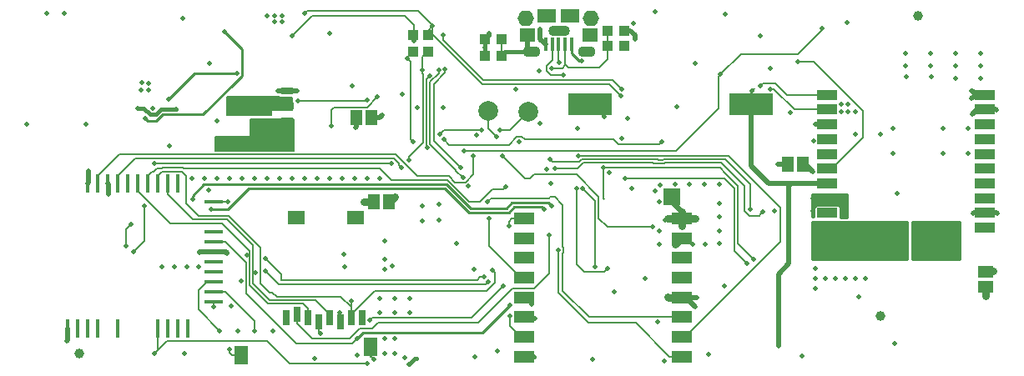
<source format=gbr>
G04 #@! TF.GenerationSoftware,KiCad,Pcbnew,(5.0.0)*
G04 #@! TF.CreationDate,2018-12-27T15:43:29-06:00*
G04 #@! TF.ProjectId,fk-core,666B2D636F72652E6B696361645F7063,0.1*
G04 #@! TF.SameCoordinates,PX791ddc0PY791ddc0*
G04 #@! TF.FileFunction,Copper,L4,Bot,Signal*
G04 #@! TF.FilePolarity,Positive*
%FSLAX46Y46*%
G04 Gerber Fmt 4.6, Leading zero omitted, Abs format (unit mm)*
G04 Created by KiCad (PCBNEW (5.0.0)) date 12/27/18 15:43:29*
%MOMM*%
%LPD*%
G01*
G04 APERTURE LIST*
G04 #@! TA.AperFunction,BGAPad,CuDef*
%ADD10C,2.000000*%
G04 #@! TD*
G04 #@! TA.AperFunction,SMDPad,CuDef*
%ADD11R,1.600000X1.400000*%
G04 #@! TD*
G04 #@! TA.AperFunction,SMDPad,CuDef*
%ADD12R,0.400000X1.350000*%
G04 #@! TD*
G04 #@! TA.AperFunction,SMDPad,CuDef*
%ADD13R,1.900000X1.400000*%
G04 #@! TD*
G04 #@! TA.AperFunction,ComponentPad*
%ADD14O,1.651000X1.600000*%
G04 #@! TD*
G04 #@! TA.AperFunction,ComponentPad*
%ADD15O,1.800000X1.100000*%
G04 #@! TD*
G04 #@! TA.AperFunction,ComponentPad*
%ADD16O,2.200000X1.100000*%
G04 #@! TD*
G04 #@! TA.AperFunction,SMDPad,CuDef*
%ADD17R,1.900000X0.400000*%
G04 #@! TD*
G04 #@! TA.AperFunction,SMDPad,CuDef*
%ADD18R,0.400000X1.900000*%
G04 #@! TD*
G04 #@! TA.AperFunction,SMDPad,CuDef*
%ADD19R,0.698500X1.498600*%
G04 #@! TD*
G04 #@! TA.AperFunction,SMDPad,CuDef*
%ADD20R,1.798320X1.399540*%
G04 #@! TD*
G04 #@! TA.AperFunction,SMDPad,CuDef*
%ADD21R,1.399540X1.899920*%
G04 #@! TD*
G04 #@! TA.AperFunction,SMDPad,CuDef*
%ADD22R,1.600200X1.168400*%
G04 #@! TD*
G04 #@! TA.AperFunction,ComponentPad*
%ADD23R,1.700000X1.700000*%
G04 #@! TD*
G04 #@! TA.AperFunction,SMDPad,CuDef*
%ADD24R,1.998980X1.000760*%
G04 #@! TD*
G04 #@! TA.AperFunction,SMDPad,CuDef*
%ADD25R,4.500000X2.300000*%
G04 #@! TD*
G04 #@! TA.AperFunction,BGAPad,CuDef*
%ADD26C,1.000000*%
G04 #@! TD*
G04 #@! TA.AperFunction,SMDPad,CuDef*
%ADD27R,1.100000X1.000000*%
G04 #@! TD*
G04 #@! TA.AperFunction,SMDPad,CuDef*
%ADD28R,2.000000X1.300000*%
G04 #@! TD*
G04 #@! TA.AperFunction,SMDPad,CuDef*
%ADD29R,1.168400X1.600200*%
G04 #@! TD*
G04 #@! TA.AperFunction,SMDPad,CuDef*
%ADD30R,1.200000X0.800000*%
G04 #@! TD*
G04 #@! TA.AperFunction,SMDPad,CuDef*
%ADD31R,2.200000X0.800000*%
G04 #@! TD*
G04 #@! TA.AperFunction,SMDPad,CuDef*
%ADD32R,2.500000X2.000000*%
G04 #@! TD*
G04 #@! TA.AperFunction,SMDPad,CuDef*
%ADD33R,1.000000X1.100000*%
G04 #@! TD*
G04 #@! TA.AperFunction,ViaPad*
%ADD34C,0.500000*%
G04 #@! TD*
G04 #@! TA.AperFunction,Conductor*
%ADD35C,0.508000*%
G04 #@! TD*
G04 #@! TA.AperFunction,Conductor*
%ADD36C,0.203200*%
G04 #@! TD*
G04 #@! TA.AperFunction,Conductor*
%ADD37C,0.762000*%
G04 #@! TD*
G04 #@! TA.AperFunction,Conductor*
%ADD38C,0.381000*%
G04 #@! TD*
G04 #@! TA.AperFunction,Conductor*
%ADD39C,0.254000*%
G04 #@! TD*
G04 #@! TA.AperFunction,Conductor*
%ADD40C,0.152400*%
G04 #@! TD*
G04 APERTURE END LIST*
D10*
G04 #@! TO.P,J19,1*
G04 #@! TO.N,/SWCLK*
X-2971800Y6807200D03*
G04 #@! TD*
G04 #@! TO.P,J18,1*
G04 #@! TO.N,/SWDIO*
X1117600Y6756400D03*
G04 #@! TD*
D11*
G04 #@! TO.P,J9,7*
G04 #@! TO.N,Net-(J9-Pad7)*
X7361000Y14509000D03*
D12*
G04 #@! TO.P,J9,3*
G04 #@! TO.N,/USB+*
X4161000Y13589000D03*
D13*
G04 #@! TO.P,J9,9*
G04 #@! TO.N,Net-(J9-Pad9)*
X5361000Y16509000D03*
D14*
G04 #@! TO.P,J9,*
G04 #@! TO.N,*
X861000Y16259000D03*
D13*
G04 #@! TO.P,J9,8*
G04 #@! TO.N,Net-(J9-Pad8)*
X2961000Y16509000D03*
D14*
G04 #@! TO.P,J9,*
G04 #@! TO.N,*
X7461000Y16259000D03*
D12*
G04 #@! TO.P,J9,2*
G04 #@! TO.N,/USB-*
X3511000Y13589000D03*
G04 #@! TO.P,J9,1*
G04 #@! TO.N,VUSB*
X2861000Y13589000D03*
G04 #@! TO.P,J9,4*
G04 #@! TO.N,Net-(J16-Pad4)*
X4811000Y13589000D03*
G04 #@! TO.P,J9,5*
G04 #@! TO.N,GND*
X5461000Y13589000D03*
D11*
G04 #@! TO.P,J9,6*
G04 #@! TO.N,Net-(C14-Pad1)*
X961000Y14509000D03*
G04 #@! TD*
D15*
G04 #@! TO.P,J16,6*
G04 #@! TO.N,Net-(J16-Pad6)*
X6991000Y12827000D03*
G04 #@! TO.P,J16,7*
G04 #@! TO.N,Net-(C14-Pad1)*
X1391000Y12827000D03*
D16*
G04 #@! TO.P,J16,8*
G04 #@! TO.N,Net-(J16-Pad8)*
X4191000Y14977000D03*
G04 #@! TD*
D17*
G04 #@! TO.P,U1,21*
G04 #@! TO.N,Net-(U1-Pad21)*
X-30795100Y-5459730D03*
G04 #@! TO.P,U1,22*
G04 #@! TO.N,/D2_WIFI_EN*
X-30795100Y-6475730D03*
G04 #@! TO.P,U1,23*
G04 #@! TO.N,/PERIPH_3V3*
X-30795100Y-7491731D03*
G04 #@! TO.P,U1,24*
G04 #@! TO.N,Net-(U1-Pad24)*
X-30795100Y-8507731D03*
G04 #@! TO.P,U1,25*
G04 #@! TO.N,N/C*
X-30795100Y-9523730D03*
G04 #@! TO.P,U1,26*
G04 #@! TO.N,Net-(R4-Pad1)*
X-30795100Y-10539730D03*
G04 #@! TO.P,U1,27*
G04 #@! TO.N,Net-(R5-Pad1)*
X-30795100Y-11555730D03*
G04 #@! TO.P,U1,28*
G04 #@! TO.N,GND*
X-30795100Y-12571730D03*
G04 #@! TO.P,U1,20*
G04 #@! TO.N,/PERIPH_3V3*
X-30795100Y-2411730D03*
D18*
G04 #@! TO.P,U1,4*
G04 #@! TO.N,/A1_WIFI_RST*
X-36514550Y-15242130D03*
G04 #@! TO.P,U1,3*
G04 #@! TO.N,Net-(U1-Pad3)*
X-35498550Y-15242130D03*
G04 #@! TO.P,U1,2*
G04 #@! TO.N,Net-(U1-Pad2)*
X-34482550Y-15242130D03*
G04 #@! TO.P,U1,1*
G04 #@! TO.N,Net-(U1-Pad1)*
X-33466550Y-15242130D03*
G04 #@! TO.P,U1,5*
G04 #@! TO.N,N/C*
X-40578550Y-15242130D03*
G04 #@! TO.P,U1,6*
X-42610553Y-15242130D03*
G04 #@! TO.P,U1,7*
X-43626550Y-15242130D03*
G04 #@! TO.P,U1,8*
X-44642550Y-15242130D03*
G04 #@! TO.P,U1,9*
G04 #@! TO.N,GND*
X-45658550Y-15242130D03*
G04 #@! TO.P,U1,19*
G04 #@! TO.N,Net-(U1-Pad19)*
X-34474330Y-511860D03*
G04 #@! TO.P,U1,18*
G04 #@! TO.N,/SCK*
X-35490330Y-511860D03*
G04 #@! TO.P,U1,17*
G04 #@! TO.N,/MISO*
X-36506330Y-511860D03*
G04 #@! TO.P,U1,16*
G04 #@! TO.N,/D7_WIFI_CS*
X-37522330Y-511860D03*
G04 #@! TO.P,U1,15*
G04 #@! TO.N,/MOSI*
X-38538330Y-511860D03*
G04 #@! TO.P,U1,14*
G04 #@! TO.N,Net-(U1-Pad14)*
X-39554330Y-511860D03*
G04 #@! TO.P,U1,13*
G04 #@! TO.N,/A2_WIFI_IRQ*
X-40570330Y-511860D03*
G04 #@! TO.P,U1,12*
G04 #@! TO.N,GND*
X-41586334Y-511860D03*
G04 #@! TO.P,U1,11*
G04 #@! TO.N,/D8_WIFI_WAKE*
X-42602334Y-511860D03*
G04 #@! TO.P,U1,10*
G04 #@! TO.N,/PERIPH_3V3*
X-43618330Y-511860D03*
G04 #@! TD*
D19*
G04 #@! TO.P,M7,1*
G04 #@! TO.N,Net-(M7-Pad1)*
X-23477220Y-14193520D03*
G04 #@! TO.P,M7,2*
G04 #@! TO.N,/D12_SD_CS*
X-22377400Y-13794740D03*
G04 #@! TO.P,M7,3*
G04 #@! TO.N,/MOSI*
X-21277580Y-14193520D03*
G04 #@! TO.P,M7,4*
G04 #@! TO.N,/PERIPH_3V3*
X-20177760Y-14594840D03*
G04 #@! TO.P,M7,5*
G04 #@! TO.N,/SCK*
X-19077940Y-14193520D03*
G04 #@! TO.P,M7,6*
G04 #@! TO.N,GND*
X-17975580Y-14594840D03*
G04 #@! TO.P,M7,7*
G04 #@! TO.N,/MISO*
X-16875760Y-14193520D03*
G04 #@! TO.P,M7,8*
G04 #@! TO.N,Net-(M7-Pad8)*
X-15775940Y-14193520D03*
D20*
G04 #@! TO.P,M7,CD1*
G04 #@! TO.N,Net-(M7-PadCD1)*
X-16476980Y-3995420D03*
G04 #@! TO.P,M7,CD2*
G04 #@! TO.N,Net-(M7-PadCD2)*
X-22476460Y-3995420D03*
D21*
G04 #@! TO.P,M7,MT1*
G04 #@! TO.N,GND*
X-14876780Y-17094200D03*
G04 #@! TO.P,M7,MT2*
X-28077160Y-17995900D03*
G04 #@! TD*
D22*
G04 #@! TO.P,J12,1*
G04 #@! TO.N,3V3*
X47498000Y-11049000D03*
G04 #@! TO.P,J12,2*
G04 #@! TO.N,/GPS_3V3*
X47498000Y-9525000D03*
G04 #@! TD*
D23*
G04 #@! TO.P,J4,1*
G04 #@! TO.N,Net-(J15-Pad1)*
X15621000Y-1905000D03*
G04 #@! TD*
D24*
G04 #@! TO.P,U10,1*
G04 #@! TO.N,/GPS_PWR_FILT*
X31419800Y-5021580D03*
G04 #@! TO.P,U10,2*
G04 #@! TO.N,Net-(U10-Pad2)*
X31419800Y-3522980D03*
G04 #@! TO.P,U10,3*
G04 #@! TO.N,GND*
X31419800Y-2021840D03*
G04 #@! TO.P,U10,4*
G04 #@! TO.N,/BAT_BACKUP*
X31419800Y-523240D03*
G04 #@! TO.P,U10,5*
G04 #@! TO.N,/GPS_FIX*
X31419800Y977900D03*
G04 #@! TO.P,U10,6*
G04 #@! TO.N,Net-(U10-Pad6)*
X31419800Y2476500D03*
G04 #@! TO.P,U10,7*
G04 #@! TO.N,Net-(U10-Pad7)*
X31419800Y3977640D03*
G04 #@! TO.P,U10,8*
G04 #@! TO.N,GND*
X31419800Y5476240D03*
G04 #@! TO.P,U10,9*
G04 #@! TO.N,/GPS_TX*
X31419800Y6977380D03*
G04 #@! TO.P,U10,10*
G04 #@! TO.N,/GPS_RX*
X31419800Y8475980D03*
G04 #@! TO.P,U10,11*
G04 #@! TO.N,Net-(J11-Pad1)*
X47421800Y8475980D03*
G04 #@! TO.P,U10,12*
G04 #@! TO.N,GND*
X47421800Y6977380D03*
G04 #@! TO.P,U10,13*
G04 #@! TO.N,Net-(U10-Pad13)*
X47421800Y5476240D03*
G04 #@! TO.P,U10,14*
G04 #@! TO.N,Net-(U10-Pad14)*
X47421800Y3977640D03*
G04 #@! TO.P,U10,15*
G04 #@! TO.N,Net-(U10-Pad15)*
X47421800Y2476500D03*
G04 #@! TO.P,U10,16*
G04 #@! TO.N,Net-(U10-Pad16)*
X47421800Y977900D03*
G04 #@! TO.P,U10,17*
G04 #@! TO.N,Net-(U10-Pad17)*
X47421800Y-523240D03*
G04 #@! TO.P,U10,18*
G04 #@! TO.N,Net-(U10-Pad18)*
X47421800Y-2021840D03*
G04 #@! TO.P,U10,19*
G04 #@! TO.N,GND*
X47421800Y-3522980D03*
G04 #@! TO.P,U10,20*
G04 #@! TO.N,Net-(U10-Pad20)*
X47421800Y-5021580D03*
G04 #@! TD*
D25*
G04 #@! TO.P,BT1,1*
G04 #@! TO.N,/BAT_BACKUP*
X23723600Y7518400D03*
G04 #@! TO.P,BT1,2*
G04 #@! TO.N,GND*
X7323600Y7518400D03*
G04 #@! TD*
D26*
G04 #@! TO.P,M9,~*
G04 #@! TO.N,Net-(M9-Pad~)*
X40640000Y16510000D03*
G04 #@! TD*
G04 #@! TO.P,M10,~*
G04 #@! TO.N,Net-(M10-Pad~)*
X-44450000Y-17780000D03*
G04 #@! TD*
G04 #@! TO.P,M11,~*
G04 #@! TO.N,Net-(M11-Pad~)*
X36830000Y-13970000D03*
G04 #@! TD*
D27*
G04 #@! TO.P,R23,1*
G04 #@! TO.N,Net-(J16-Pad4)*
X9106800Y15011400D03*
G04 #@! TO.P,R23,2*
G04 #@! TO.N,3V3*
X10806800Y15011400D03*
G04 #@! TD*
G04 #@! TO.P,R30,1*
G04 #@! TO.N,Net-(J16-Pad4)*
X9095000Y13487400D03*
G04 #@! TO.P,R30,2*
G04 #@! TO.N,/USB_ID*
X10795000Y13487400D03*
G04 #@! TD*
D28*
G04 #@! TO.P,U3,1*
G04 #@! TO.N,GND*
X636000Y-18096000D03*
G04 #@! TO.P,U3,2*
G04 #@! TO.N,/MISO*
X636000Y-16096000D03*
G04 #@! TO.P,U3,3*
G04 #@! TO.N,/MOSI*
X636000Y-14096000D03*
G04 #@! TO.P,U3,4*
G04 #@! TO.N,/SCK*
X636000Y-12096000D03*
G04 #@! TO.P,U3,5*
G04 #@! TO.N,/D5_RADIO_CS*
X636000Y-10096000D03*
G04 #@! TO.P,U3,6*
G04 #@! TO.N,Net-(U3-Pad6)*
X636000Y-8096000D03*
G04 #@! TO.P,U3,7*
G04 #@! TO.N,Net-(U3-Pad7)*
X636000Y-6096000D03*
G04 #@! TO.P,U3,8*
G04 #@! TO.N,GND*
X636000Y-4096000D03*
G04 #@! TO.P,U3,9*
G04 #@! TO.N,Net-(J15-Pad1)*
X16636000Y-4096000D03*
G04 #@! TO.P,U3,10*
G04 #@! TO.N,GND*
X16636000Y-6096000D03*
G04 #@! TO.P,U3,11*
G04 #@! TO.N,Net-(U3-Pad11)*
X16636000Y-8096000D03*
G04 #@! TO.P,U3,12*
G04 #@! TO.N,Net-(U3-Pad12)*
X16636000Y-10096000D03*
G04 #@! TO.P,U3,13*
G04 #@! TO.N,/PERIPH_3V3*
X16636000Y-12096000D03*
G04 #@! TO.P,U3,14*
G04 #@! TO.N,/LORA_D0*
X16636000Y-14096000D03*
G04 #@! TO.P,U3,15*
G04 #@! TO.N,/LORA_D1*
X16636000Y-16096000D03*
G04 #@! TO.P,U3,16*
G04 #@! TO.N,/LORA_D2*
X16636000Y-18096000D03*
G04 #@! TD*
D29*
G04 #@! TO.P,J2,1*
G04 #@! TO.N,3V3*
X-13081000Y-2413000D03*
G04 #@! TO.P,J2,2*
G04 #@! TO.N,/PERIPH_3V3*
X-14605000Y-2413000D03*
G04 #@! TD*
G04 #@! TO.P,J14,1*
G04 #@! TO.N,/MODULE_3V3*
X-16357600Y6146800D03*
G04 #@! TO.P,J14,2*
G04 #@! TO.N,3V3*
X-14833600Y6146800D03*
G04 #@! TD*
D30*
G04 #@! TO.P,U14,1*
G04 #@! TO.N,GND*
X-23345200Y8866000D03*
D31*
G04 #@! TO.P,U14,2*
G04 #@! TO.N,VBUS*
X-23845200Y7366000D03*
D30*
G04 #@! TO.P,U14,3*
G04 #@! TO.N,3V3*
X-23345200Y5866000D03*
D32*
G04 #@! TO.P,U14,2*
G04 #@! TO.N,VBUS*
X-26195200Y7366000D03*
G04 #@! TD*
D27*
G04 #@! TO.P,C14,2*
G04 #@! TO.N,GND*
X-3339276Y12452695D03*
G04 #@! TO.P,C14,1*
G04 #@! TO.N,Net-(C14-Pad1)*
X-1639276Y12452695D03*
G04 #@! TD*
D29*
G04 #@! TO.P,J1,1*
G04 #@! TO.N,/GPS_3V3*
X28956000Y1397000D03*
G04 #@! TO.P,J1,2*
G04 #@! TO.N,3V3*
X27432000Y1397000D03*
G04 #@! TD*
D33*
G04 #@! TO.P,R26,2*
G04 #@! TO.N,/SDA1*
X-10591800Y14540600D03*
G04 #@! TO.P,R26,1*
G04 #@! TO.N,/SDA2*
X-10591800Y12840600D03*
G04 #@! TD*
G04 #@! TO.P,R27,2*
G04 #@! TO.N,/SCL1*
X-9067800Y14566000D03*
G04 #@! TO.P,R27,1*
G04 #@! TO.N,/SCL2*
X-9067800Y12866000D03*
G04 #@! TD*
D27*
G04 #@! TO.P,R31,1*
G04 #@! TO.N,Net-(C14-Pad1)*
X-1639276Y14103695D03*
G04 #@! TO.P,R31,2*
G04 #@! TO.N,GND*
X-3339276Y14103695D03*
G04 #@! TD*
D34*
G04 #@! TO.N,*
X-12446000Y-12170590D03*
G04 #@! TO.N,GND*
X16002000Y-6731000D03*
X-38090000Y9730000D03*
X-37410000Y9670000D03*
X-34000000Y16240000D03*
X16120000Y7240000D03*
X-38159083Y8945133D03*
X-37409083Y8945133D03*
X7580000Y-18370000D03*
X-45720000Y-16510000D03*
X-30861000Y-13081000D03*
X-29235447Y-17382599D03*
X-41529002Y-1651000D03*
X-29083000Y-12954000D03*
X-17653000Y-7747000D03*
X-33020000Y0D03*
X-31750000Y0D03*
X-30480000Y0D03*
X-29210000Y0D03*
X-27940000Y0D03*
X-26670000Y0D03*
X-25400000Y0D03*
X-24130000Y0D03*
X-22860000Y0D03*
X-21590000Y0D03*
X-20320000Y0D03*
X-19050000Y0D03*
X-17780000Y0D03*
X-16510000Y0D03*
X-15240000Y0D03*
X-13970000Y0D03*
X-20603328Y-18284010D03*
X-16260000Y-17942552D03*
X-24282400Y8839200D03*
X-22402800Y8890000D03*
X-4368800Y-18135600D03*
X-11426002Y-18186400D03*
X-18034000Y-13610410D03*
X-36982400Y7061200D03*
X-14610577Y-18370340D03*
X-16764000Y9398000D03*
X-30480000Y5842000D03*
X-31242000Y11684000D03*
X33020000Y-1778000D03*
X39370000Y12700000D03*
X41910000Y12700000D03*
X44450000Y12700000D03*
X46990000Y12700000D03*
X46990000Y11430000D03*
X44450000Y11430000D03*
X41910000Y11430000D03*
X39370000Y11430000D03*
X44450000Y10160000D03*
X46990000Y10160000D03*
X33460000Y15853590D03*
X45720000Y2540000D03*
X43180000Y2540000D03*
X38100000Y2540000D03*
X38100000Y5080000D03*
X43180000Y5080000D03*
X45720000Y5080000D03*
X33020000Y-3048000D03*
X29972000Y-2032000D03*
X29972000Y-3302000D03*
X24638000Y14478000D03*
X16002000Y-635000D03*
X17399000Y-635000D03*
X18923000Y-635000D03*
X20447000Y-635000D03*
X20447000Y-2540000D03*
X20447000Y-3937000D03*
X20447000Y-5334000D03*
X20447000Y-6604000D03*
X19050000Y-6731000D03*
X17780000Y-6731000D03*
X14351000Y-2413000D03*
X14351000Y-5334000D03*
X14351000Y-6731000D03*
X9779000Y-11557000D03*
X12954000Y-10160000D03*
X1716000Y-18096000D03*
X26035000Y-3302000D03*
X14858516Y-18539295D03*
X3392398Y-530684D03*
X-877276Y-4819305D03*
X27646000Y6662419D03*
X-2032000Y-17526000D03*
X28830000Y-18063379D03*
X14478000Y-698500D03*
X46228000Y-3556000D03*
X48641000Y-3556000D03*
X48577500Y6921500D03*
X46164500Y6477000D03*
X41940766Y10308410D03*
X39400766Y10308410D03*
X-36068000Y-9017000D03*
X-34798000Y-9017000D03*
X-33528000Y-9017000D03*
X-32385000Y-9017000D03*
X-43815000Y5461000D03*
X-49784000Y5461000D03*
X2158000Y10922000D03*
X6468220Y11890403D03*
X30226000Y5461000D03*
X21082000Y16637000D03*
X13970000Y16891000D03*
X8753034Y6225436D03*
X20980400Y-10922000D03*
X-4165600Y4368800D03*
X-11734800Y8534400D03*
X-9689200Y-2768600D03*
X-9663800Y-4343400D03*
X-6223000Y-6578600D03*
X30226000Y-9144000D03*
X30226000Y-10160000D03*
X30226000Y-11176000D03*
X31242000Y-10160000D03*
X32258000Y-10160000D03*
X33274000Y-10160000D03*
X34290000Y-10160000D03*
X35306000Y-10160000D03*
X-33782000Y-17780000D03*
X11139417Y6105605D03*
X-167745Y9071790D03*
X-3339276Y13284200D03*
X-2870200Y14757400D03*
X-7573190Y7186996D03*
X-4982472Y-814002D03*
X177800Y3733800D03*
X9321800Y592180D03*
X14192123Y-14600010D03*
X-47752000Y16764000D03*
X6096000Y5029200D03*
X-13436600Y-9271000D03*
X-13436600Y-8204200D03*
X-13436594Y-6375400D03*
X30017896Y3784600D03*
X-19024600Y14706600D03*
X11785600Y15748000D03*
G04 #@! TO.N,Net-(J15-Pad1)*
X14970903Y-4267945D03*
G04 #@! TO.N,3V3*
X19350000Y-17900000D03*
X-12700000Y-8890000D03*
X-24130000Y3175000D03*
X-25400000Y4445000D03*
X-25400000Y3175000D03*
X-26670000Y4445000D03*
X-26670000Y3175000D03*
X-27940000Y3175000D03*
X-24130000Y4445000D03*
X-13766800Y6400800D03*
X-35306000Y3302000D03*
X18034000Y11684000D03*
X-4445000Y-9271000D03*
X38227000Y-16764000D03*
X47498000Y-11938000D03*
X-31369000Y-1182000D03*
X-12446008Y-1905000D03*
X26416000Y1397000D03*
X-10160000Y7162800D03*
X2286000Y5559600D03*
X2932724Y895695D03*
X-7989200Y-2667000D03*
X-7989200Y-4267200D03*
X34644700Y-12001500D03*
X13966032Y-1250309D03*
X11582400Y-1066800D03*
X10557019Y4034643D03*
X-45974000Y16764000D03*
X25654000Y11176000D03*
X11928010Y14161269D03*
G04 #@! TO.N,/SWDIO*
X7874000Y-9020990D03*
X6616356Y-1006992D03*
X-1778000Y4876800D03*
G04 #@! TO.N,/SWCLK*
X9144000Y-9144000D03*
X5965888Y-1057313D03*
X-2159000Y4216400D03*
G04 #@! TO.N,/RESET*
X13716000Y-4953000D03*
X-1512276Y2289990D03*
G04 #@! TO.N,/MOSI*
X-25607190Y-8128000D03*
X-27482800Y-7772400D03*
X1778000Y-14224000D03*
X-3429000Y-10033002D03*
G04 #@! TO.N,/SCK*
X-25607190Y-9448800D03*
X-26619200Y-9550400D03*
X1397000Y-12827000D03*
X-3011695Y-10534495D03*
G04 #@! TO.N,/MISO*
X-16865600Y-12496800D03*
X-766402Y-13970000D03*
X-2567945Y-9308355D03*
G04 #@! TO.N,/USB-*
X4663637Y10511610D03*
G04 #@! TO.N,/USB+*
X4242603Y11791360D03*
G04 #@! TO.N,/D30*
X3313724Y1911695D03*
X23633724Y-3168305D03*
G04 #@! TO.N,/D31*
X3821724Y1022695D03*
X24903724Y-3422305D03*
G04 #@! TO.N,/A5_BATT_V*
X-36830000Y1524000D03*
G04 #@! TO.N,VUSB*
X2286000Y15113000D03*
G04 #@! TO.N,/SDA2*
X-11176000Y12141200D03*
X-10587810Y3671549D03*
G04 #@! TO.N,/BAT_BACKUP*
X26517600Y-17018000D03*
X23749000Y8890000D03*
G04 #@! TO.N,VBAT*
X-39751000Y-6858000D03*
X-39243000Y-4699000D03*
G04 #@! TO.N,VBUS*
X-29230000Y8120000D03*
X-28370000Y8140000D03*
X-27670000Y8110000D03*
X-29300000Y7430000D03*
X-29260000Y6740000D03*
X-38530000Y7120000D03*
X-34670000Y7040000D03*
X-25400000Y16510000D03*
X-24638000Y16510000D03*
X-23876000Y16510000D03*
X-23876000Y15875000D03*
X-24638000Y15875000D03*
X34290000Y6731000D03*
X32829500Y6731000D03*
X32829500Y7493000D03*
X33528000Y7492998D03*
X33528000Y6731002D03*
G04 #@! TO.N,/GPS_FIX*
X28459724Y11832410D03*
G04 #@! TO.N,Net-(J11-Pad1)*
X46075600Y8839200D03*
X46075600Y8077200D03*
G04 #@! TO.N,Net-(R4-Pad1)*
X-30226000Y-15494000D03*
G04 #@! TO.N,Net-(R5-Pad1)*
X-26670000Y-15494000D03*
G04 #@! TO.N,/SCL2*
X-11053143Y1859781D03*
G04 #@! TO.N,/PG*
X-29722000Y14909800D03*
X-37733532Y6096336D03*
G04 #@! TO.N,/CHG*
X-35379998Y8030000D03*
X-28448000Y10668000D03*
G04 #@! TO.N,/GPS_TX*
X25665724Y9070802D03*
G04 #@! TO.N,/GPS_RX*
X24649724Y9401990D03*
G04 #@! TO.N,/PERIPH_3V3*
X-13462000Y-16256000D03*
X-12446000Y-16256000D03*
X-13462000Y-17780000D03*
X-12446000Y-17780000D03*
X-13970000Y-12170590D03*
X-10922000Y-12170590D03*
X-29464000Y-7620000D03*
X-17526000Y-9017000D03*
X-20031945Y-15751990D03*
X-28037621Y-10433885D03*
X-24790400Y-15494000D03*
X-28346400Y-15494000D03*
X-11057822Y-18921697D03*
X-12422724Y-13673191D03*
X-10921211Y-13673191D03*
X-13965918Y-13673191D03*
X15240000Y-12065000D03*
X-15621000Y-2413000D03*
X-32280452Y-7577010D03*
X-29429046Y-2389680D03*
X-43561000Y762000D03*
X18161000Y-12115800D03*
X18008600Y-13055600D03*
G04 #@! TO.N,/GPS_3V3*
X34290000Y4445000D03*
X36830000Y4445000D03*
X42672000Y-6096000D03*
X44196000Y-6096000D03*
X40894000Y-6096000D03*
X40894000Y-4572000D03*
X42672000Y-4572000D03*
X44196000Y-4572000D03*
X38481000Y-1524000D03*
X29972000Y635000D03*
X48260000Y-9398000D03*
G04 #@! TO.N,Net-(C29-Pad1)*
X-22250400Y7874000D03*
X-15255036Y7936742D03*
G04 #@! TO.N,/MODULE_3V3*
X-16459200Y5130800D03*
G04 #@! TO.N,/D12_SD_CS*
X3175000Y-5795179D03*
G04 #@! TO.N,/A1_WIFI_RST*
X-15240000Y-18796000D03*
G04 #@! TO.N,/D2_WIFI_EN*
X-16256000Y-16256000D03*
X-776402Y-12883595D03*
G04 #@! TO.N,/D7_WIFI_CS*
X-1241858Y-902657D03*
G04 #@! TO.N,/A4_GPS_EN*
X-7485893Y3927549D03*
G04 #@! TO.N,/LORA_D0*
X-3036276Y-2391590D03*
G04 #@! TO.N,/D5_RADIO_CS*
X-2902503Y-4085410D03*
G04 #@! TO.N,/D26_FLASH_CS*
X-15024288Y-14427200D03*
X-1429681Y-10938744D03*
G04 #@! TO.N,/D25_PERIPH_EN*
X-7877990Y4448990D03*
G04 #@! TO.N,/A1_WIFI_RST*
X-36830000Y-17780000D03*
G04 #@! TO.N,/A2_WIFI_IRQ*
X-11761448Y1109385D03*
G04 #@! TO.N,/D8_WIFI_WAKE*
X-4470400Y2260600D03*
G04 #@! TO.N,/A4_GPS_EN*
X14649465Y3679032D03*
G04 #@! TO.N,/GPS_PWR_FILT*
X31369000Y-4826000D03*
X38608000Y-6096000D03*
X37084000Y-6096000D03*
X35560000Y-6096000D03*
X34036000Y-6096000D03*
X32512000Y-6096000D03*
X30988000Y-6096000D03*
X34036000Y-4826000D03*
X35560000Y-4826000D03*
X37084000Y-4826000D03*
X38608000Y-4826000D03*
G04 #@! TO.N,Net-(J15-Pad1)*
X15240000Y-4064000D03*
X18034000Y-4064000D03*
X16637000Y-3429000D03*
X16637000Y-4826000D03*
G04 #@! TO.N,/SDA1*
X-31115000Y-3144000D03*
X2664953Y-3175000D03*
X-22860000Y14478000D03*
X10900590Y-25400D03*
X10591800Y9017000D03*
X-7518400Y14554200D03*
X-10515602Y13970000D03*
G04 #@! TO.N,/SCL2*
X-9626600Y10998200D03*
G04 #@! TO.N,/D25_PERIPH_EN*
X-3657600Y4876800D03*
G04 #@! TO.N,/SDA1*
X23266400Y-8636000D03*
G04 #@! TO.N,/SCL1*
X10515612Y8369052D03*
X-32966801Y-2110269D03*
X8712200Y1070770D03*
X23977600Y-8229600D03*
X3476473Y-2832021D03*
X-21564600Y16738600D03*
X-8610600Y15468600D03*
G04 #@! TO.N,Net-(C40-Pad1)*
X-37846000Y-2794000D03*
X-38989000Y-7493000D03*
G04 #@! TO.N,Net-(J16-Pad4)*
X3429000Y11176000D03*
G04 #@! TO.N,/A3_STATUS*
X-5435600Y2794000D03*
X30861000Y15240000D03*
X20599400Y10541000D03*
G04 #@! TO.N,/D9_I2S_DATA*
X-9189827Y3092248D03*
X-8945002Y10410993D03*
G04 #@! TO.N,/D1_I2S_BCLK*
X-5740400Y1066800D03*
X-7357168Y11049376D03*
G04 #@! TO.N,/D0_I2S_WS*
X-5539661Y83234D03*
X-8008988Y11021594D03*
G04 #@! TO.N,/LORA_D2*
X4165600Y-7289800D03*
G04 #@! TO.N,/LORA_D1*
X6149420Y2289990D03*
G04 #@! TO.N,/A5_BATT_V*
X-12772376Y1524000D03*
G04 #@! TO.N,/A5_MODULE_EN*
X-14224000Y8255000D03*
X-18897600Y5334000D03*
G04 #@! TD*
D35*
G04 #@! TO.N,GND*
X-45658550Y-15242130D02*
X-45658550Y-16448550D01*
X-45658550Y-16448550D02*
X-45720000Y-16510000D01*
D36*
X-30795100Y-12571730D02*
X-30795100Y-13015100D01*
X-30795100Y-13015100D02*
X-30861000Y-13081000D01*
X-28980130Y-17995900D02*
X-29235447Y-17740583D01*
X-28077160Y-17995900D02*
X-28980130Y-17995900D01*
X-29235447Y-17736152D02*
X-29235447Y-17382599D01*
X-29235447Y-17740583D02*
X-29235447Y-17736152D01*
D35*
X-41586334Y-511860D02*
X-41529002Y-569192D01*
X-41529002Y-569192D02*
X-41529002Y-1297447D01*
X-41529002Y-1297447D02*
X-41529002Y-1651000D01*
X-23345200Y8866000D02*
X-24255600Y8866000D01*
X-24255600Y8866000D02*
X-24282400Y8839200D01*
X-23345200Y8866000D02*
X-22426800Y8866000D01*
X-22426800Y8866000D02*
X-22402800Y8890000D01*
D36*
X-17975580Y-14594840D02*
X-17975580Y-13642340D01*
X-18007510Y-13610410D02*
X-18034000Y-13610410D01*
X-17975580Y-13642340D02*
X-18007510Y-13610410D01*
X-14876780Y-17094200D02*
X-14876780Y-18104137D01*
X-14860576Y-18120341D02*
X-14610577Y-18370340D01*
X-14876780Y-18104137D02*
X-14860576Y-18120341D01*
D35*
X31419800Y-2021840D02*
X32806640Y-2021840D01*
D37*
X16636000Y-6097000D02*
X16002000Y-6731000D01*
X16636000Y-6096000D02*
X16636000Y-6097000D01*
D38*
X636000Y-18096000D02*
X1716000Y-18096000D01*
D36*
X6858000Y7874000D02*
X5334000Y7874000D01*
X-877276Y-4406076D02*
X-877276Y-4819305D01*
X636000Y-4096000D02*
X-567200Y-4096000D01*
X-567200Y-4096000D02*
X-877276Y-4406076D01*
D35*
X47421800Y-3522980D02*
X46261020Y-3522980D01*
X46261020Y-3522980D02*
X46228000Y-3556000D01*
X47421800Y-3522980D02*
X48607980Y-3522980D01*
X48607980Y-3522980D02*
X48641000Y-3556000D01*
X47421800Y6977380D02*
X48521620Y6977380D01*
X48521620Y6977380D02*
X48577500Y6921500D01*
X47421800Y6977380D02*
X46664880Y6977380D01*
X46664880Y6977380D02*
X46164500Y6477000D01*
D39*
X6230597Y11890403D02*
X6468220Y11890403D01*
X5461000Y13589000D02*
X5461000Y12660000D01*
X5461000Y12660000D02*
X6230597Y11890403D01*
D35*
X31419800Y5476240D02*
X30241240Y5476240D01*
X30241240Y5476240D02*
X30226000Y5461000D01*
D36*
X7323600Y7518400D02*
X7460070Y7518400D01*
X8503035Y6475435D02*
X8753034Y6225436D01*
X7460070Y7518400D02*
X8503035Y6475435D01*
D38*
X-3339276Y14103695D02*
X-3339276Y13284200D01*
X-3339276Y13284200D02*
X-3339276Y12452695D01*
X-2870200Y14572771D02*
X-3339276Y14103695D01*
X-2870200Y14757400D02*
X-2870200Y14572771D01*
D35*
G04 #@! TO.N,3V3*
X-14833600Y6146800D02*
X-14020800Y6146800D01*
X-14020800Y6146800D02*
X-13766800Y6400800D01*
D37*
X47498000Y-11049000D02*
X47498000Y-11938000D01*
X-12954008Y-2413000D02*
X-12696007Y-2154999D01*
X-12696007Y-2154999D02*
X-12446008Y-1905000D01*
X-13081000Y-2413000D02*
X-12954008Y-2413000D01*
D35*
X27432000Y1397000D02*
X26416000Y1397000D01*
X11928010Y14513390D02*
X11928010Y14161269D01*
X10806800Y15011400D02*
X11430000Y15011400D01*
X11430000Y15011400D02*
X11928010Y14513390D01*
D36*
G04 #@! TO.N,/SWDIO*
X7874000Y-2264636D02*
X6866355Y-1256991D01*
X6866355Y-1256991D02*
X6616356Y-1006992D01*
X7874000Y-9020990D02*
X7874000Y-2264636D01*
X1117600Y6756400D02*
X-762000Y4876800D01*
X-762000Y4876800D02*
X-1778000Y4876800D01*
G04 #@! TO.N,/SWCLK*
X8763000Y-9525000D02*
X6731000Y-9525000D01*
X9144000Y-9144000D02*
X8763000Y-9525000D01*
X5965888Y-1410866D02*
X5965888Y-1057313D01*
X5965888Y-8759888D02*
X5965888Y-1410866D01*
X6731000Y-9525000D02*
X5965888Y-8759888D01*
X-2971800Y6807200D02*
X-2971800Y5029200D01*
X-2971800Y5029200D02*
X-2159000Y4216400D01*
G04 #@! TO.N,/RESET*
X-1262277Y2039991D02*
X-1512276Y2289990D01*
X1281724Y6695D02*
X771019Y6695D01*
X9093200Y-4953000D02*
X8229600Y-4089400D01*
X1662724Y387695D02*
X1281724Y6695D01*
X13716000Y-4953000D02*
X9093200Y-4953000D01*
X5987705Y387695D02*
X1662724Y387695D01*
X8229600Y-4089400D02*
X8229600Y-1854200D01*
X8229600Y-1854200D02*
X5987705Y387695D01*
X771019Y6695D02*
X-1262277Y2039991D01*
G04 #@! TO.N,/MOSI*
X-27432000Y-7721600D02*
X-27482800Y-7772400D01*
X-27178000Y-7721600D02*
X-27432000Y-7721600D01*
X-21767778Y-12750822D02*
X-21277580Y-13241020D01*
X-21277580Y-13241020D02*
X-21277580Y-14193520D01*
X-25298379Y-12750822D02*
X-21767778Y-12750822D01*
X-27178001Y-10871200D02*
X-25298379Y-12750822D01*
X-27178000Y-7721600D02*
X-27178001Y-10871200D01*
X764000Y-14224000D02*
X636000Y-14096000D01*
X1778000Y-14224000D02*
X764000Y-14224000D01*
X-25607190Y-8128000D02*
X-25357191Y-8377999D01*
X-29946600Y-4572000D02*
X-27178000Y-7340600D01*
X-27178000Y-7340600D02*
X-27178000Y-7721600D01*
X-35228190Y-4572000D02*
X-29946600Y-4572000D01*
X-38538330Y-1261860D02*
X-35228190Y-4572000D01*
X-38538330Y-511860D02*
X-38538330Y-1261860D01*
X-3782553Y-10033002D02*
X-4061951Y-10312400D01*
X-3429000Y-10033002D02*
X-3782553Y-10033002D01*
X-4061951Y-10312400D02*
X-23977600Y-10312400D01*
X-23977600Y-9757590D02*
X-25607190Y-8128000D01*
X-23977600Y-10312400D02*
X-23977600Y-9757590D01*
G04 #@! TO.N,/SCK*
X-35490330Y-1665060D02*
X-32964390Y-4191000D01*
X-35490330Y-511860D02*
X-35490330Y-1665060D01*
X-32964390Y-4191000D02*
X-29464000Y-4191000D01*
X-26847800Y-7167892D02*
X-26822390Y-7193302D01*
X-26847800Y-6807200D02*
X-26847800Y-7167892D01*
X-29464000Y-4191000D02*
X-26847800Y-6807200D01*
X-26822390Y-7193302D02*
X-26822390Y-8991600D01*
X-26670000Y-9499600D02*
X-26619200Y-9550400D01*
X-26822390Y-9499600D02*
X-26670000Y-9499600D01*
X-26822390Y-8991600D02*
X-26822390Y-9499600D01*
X-26822390Y-9499600D02*
X-26822390Y-10723902D01*
X-25151081Y-12395211D02*
X-20476199Y-12395211D01*
X-26822390Y-10723902D02*
X-25151081Y-12395211D01*
X-20476199Y-12395211D02*
X-19077940Y-13793470D01*
X-19077940Y-13793470D02*
X-19077940Y-14193520D01*
X-3261694Y-10784494D02*
X-3011695Y-10534495D01*
X-24271496Y-10784494D02*
X-3261694Y-10784494D01*
X-25607190Y-9448800D02*
X-24271496Y-10784494D01*
X1367000Y-12827000D02*
X636000Y-12096000D01*
X1397000Y-12827000D02*
X1367000Y-12827000D01*
G04 #@! TO.N,/MISO*
X-24892000Y-11582400D02*
X-24790400Y-11582400D01*
X-16865600Y-14183360D02*
X-16875760Y-14193520D01*
X-16865600Y-12496800D02*
X-16865600Y-14183360D01*
X-24434800Y-12039600D02*
X-17932400Y-12039600D01*
X-16875760Y-13096240D02*
X-16875760Y-14193520D01*
X-17932400Y-12039600D02*
X-16875760Y-13096240D01*
X-24892000Y-11582400D02*
X-24434800Y-12039600D01*
X286000Y-16096000D02*
X636000Y-16096000D01*
X-766402Y-15043598D02*
X286000Y-16096000D01*
X-766402Y-13970000D02*
X-766402Y-15043598D01*
X-2317946Y-10586668D02*
X-2317946Y-9558354D01*
X-16875760Y-14193520D02*
X-16875760Y-13793470D01*
X-3165279Y-11434001D02*
X-2317946Y-10586668D01*
X-2317946Y-9558354D02*
X-2567945Y-9308355D01*
X-16875760Y-13793470D02*
X-14516291Y-11434001D01*
X-14516291Y-11434001D02*
X-3165279Y-11434001D01*
X-35944332Y641340D02*
X-35893531Y692141D01*
X-32359611Y-3835389D02*
X-29311611Y-3835389D01*
X-26111200Y-7035800D02*
X-26111200Y-10668000D01*
X-25196800Y-11582400D02*
X-24892000Y-11582400D01*
X-34071129Y692141D02*
X-33655000Y276012D01*
X-26111200Y-10668000D02*
X-25196800Y-11582400D01*
X-36506330Y238140D02*
X-36103130Y641340D01*
X-36103130Y641340D02*
X-35944332Y641340D01*
X-35893531Y692141D02*
X-34071129Y692141D01*
X-33655000Y276012D02*
X-33655000Y-2540000D01*
X-29311611Y-3835389D02*
X-26111200Y-7035800D01*
X-33655000Y-2540000D02*
X-32359611Y-3835389D01*
X-36506330Y-511860D02*
X-36506330Y238140D01*
D40*
G04 #@! TO.N,/USB-*
X3511000Y13589000D02*
X3511000Y11966330D01*
X2950399Y11405729D02*
X2950399Y10946271D01*
X4310084Y10511610D02*
X4663637Y10511610D01*
X2950399Y10946271D02*
X3385060Y10511610D01*
X3511000Y11966330D02*
X2950399Y11405729D01*
X3385060Y10511610D02*
X4310084Y10511610D01*
G04 #@! TO.N,/USB+*
X4161000Y11872963D02*
X4242603Y11791360D01*
X4161000Y13589000D02*
X4161000Y11872963D01*
D36*
G04 #@! TO.N,/D30*
X14701499Y1854191D02*
X14777719Y1930411D01*
X21056589Y1930411D02*
X23633724Y-646724D01*
X14777719Y1930411D02*
X21056589Y1930411D01*
X14229101Y1930391D02*
X14305301Y1854191D01*
X23633724Y-646724D02*
X23633724Y-2814752D01*
X6508644Y1930391D02*
X14229101Y1930391D01*
X23633724Y-2814752D02*
X23633724Y-3168305D01*
X6239949Y1661696D02*
X6508644Y1930391D01*
X3563723Y1661696D02*
X6239949Y1661696D01*
X3313724Y1911695D02*
X3563723Y1661696D01*
X14305301Y1854191D02*
X14701499Y1854191D01*
G04 #@! TO.N,/D31*
X22998724Y-773724D02*
X22998724Y-3295305D01*
X24522724Y-3803305D02*
X24653725Y-3672304D01*
X6103857Y1022695D02*
X6655942Y1574780D01*
X13751603Y1498580D02*
X14848797Y1498580D01*
X14925017Y1574800D02*
X20650200Y1574800D01*
X13675403Y1574780D02*
X13751603Y1498580D01*
X6655942Y1574780D02*
X13675403Y1574780D01*
X24653725Y-3672304D02*
X24903724Y-3422305D01*
X20650200Y1574800D02*
X22998724Y-773724D01*
X22998724Y-3295305D02*
X23506724Y-3803305D01*
X14848797Y1498580D02*
X14925017Y1574800D01*
X3821724Y1022695D02*
X6103857Y1022695D01*
X23506724Y-3803305D02*
X24522724Y-3803305D01*
D35*
G04 #@! TO.N,VUSB*
X2861000Y13589000D02*
X2286000Y14164000D01*
X2286000Y14164000D02*
X2286000Y15113000D01*
D36*
G04 #@! TO.N,/SDA2*
X-11176000Y12141200D02*
X-11148800Y12141200D01*
D35*
G04 #@! TO.N,/BAT_BACKUP*
X31419800Y-523240D02*
X25466040Y-523240D01*
X23723600Y1219200D02*
X23723600Y7518400D01*
X25466040Y-523240D02*
X23723600Y1219200D01*
X27772360Y-523240D02*
X31419800Y-523240D01*
X27533600Y-762000D02*
X27772360Y-523240D01*
X27533600Y-8653200D02*
X27533600Y-762000D01*
X26466800Y-9720000D02*
X27533600Y-8653200D01*
X26517600Y-17018000D02*
X26466800Y-16967200D01*
X26466800Y-16967200D02*
X26466800Y-9720000D01*
D36*
X23723600Y7518400D02*
X23723600Y8871600D01*
X23723600Y8871600D02*
X23742000Y8890000D01*
X23742000Y8890000D02*
X23749000Y8890000D01*
X23998999Y9139999D02*
X24004028Y9139999D01*
X23749000Y8890000D02*
X23998999Y9139999D01*
G04 #@! TO.N,Net-(C14-Pad1)*
X-1639276Y14103695D02*
X-1639276Y12452695D01*
D38*
X-1264971Y12827000D02*
X-1639276Y12452695D01*
X1391000Y12827000D02*
X-1264971Y12827000D01*
D35*
X961000Y13257000D02*
X1391000Y12827000D01*
X961000Y14509000D02*
X961000Y13257000D01*
D36*
G04 #@! TO.N,VBAT*
X-39751000Y-5207000D02*
X-39492999Y-4948999D01*
X-39492999Y-4948999D02*
X-39243000Y-4699000D01*
X-39751000Y-6858000D02*
X-39751000Y-5207000D01*
D38*
G04 #@! TO.N,VBUS*
X-37918694Y7120000D02*
X-37266993Y6468299D01*
X-35023553Y7040000D02*
X-34670000Y7040000D01*
X-36126106Y7040000D02*
X-35023553Y7040000D01*
X-37266993Y6468299D02*
X-36697807Y6468299D01*
X-36697807Y6468299D02*
X-36126106Y7040000D01*
X-38530000Y7120000D02*
X-37918694Y7120000D01*
D36*
G04 #@! TO.N,/GPS_FIX*
X31419800Y977900D02*
X30920690Y977900D01*
X31918910Y977900D02*
X35052000Y4110990D01*
X31419800Y977900D02*
X31918910Y977900D01*
X35052000Y6800852D02*
X30020442Y11832410D01*
X35052000Y4110990D02*
X35052000Y6800852D01*
X28813277Y11832410D02*
X28459724Y11832410D01*
X30020442Y11832410D02*
X28813277Y11832410D01*
D35*
G04 #@! TO.N,Net-(J11-Pad1)*
X47421800Y8475980D02*
X46489620Y8475980D01*
X46489620Y8475980D02*
X46126400Y8839200D01*
X46126400Y8839200D02*
X46075600Y8839200D01*
X47421800Y8475980D02*
X46474380Y8475980D01*
X46474380Y8475980D02*
X46075600Y8077200D01*
D36*
G04 #@! TO.N,Net-(R4-Pad1)*
X-31545100Y-10539730D02*
X-32385000Y-11379630D01*
X-30795100Y-10539730D02*
X-31545100Y-10539730D01*
X-32385000Y-11379630D02*
X-32385000Y-13335000D01*
X-32385000Y-13335000D02*
X-30226000Y-15494000D01*
G04 #@! TO.N,Net-(R5-Pad1)*
X-30795100Y-11555730D02*
X-29641900Y-11555730D01*
X-29641900Y-11555730D02*
X-26670000Y-14527630D01*
X-26670000Y-15140447D02*
X-26670000Y-15494000D01*
X-26670000Y-14527630D02*
X-26670000Y-15140447D01*
D39*
G04 #@! TO.N,/PG*
X-28701887Y9630599D02*
X-28751327Y9630599D01*
X-28751327Y9630599D02*
X-31914836Y6467090D01*
X-31914836Y6467090D02*
X-36034462Y6467090D01*
X-37483533Y5846337D02*
X-37733532Y6096336D01*
X-29722000Y14909800D02*
X-27918599Y13106399D01*
X-36655215Y5846337D02*
X-37483533Y5846337D01*
X-36034462Y6467090D02*
X-36655215Y5846337D01*
X-27918599Y10413887D02*
X-28701887Y9630599D01*
X-27918599Y13106399D02*
X-27918599Y10413887D01*
G04 #@! TO.N,/CHG*
X-35379998Y8030000D02*
X-32741998Y10668000D01*
X-32741998Y10668000D02*
X-28801553Y10668000D01*
X-28801553Y10668000D02*
X-28448000Y10668000D01*
D36*
G04 #@! TO.N,/GPS_TX*
X30217110Y6977380D02*
X31419800Y6977380D01*
X28093039Y6977380D02*
X30217110Y6977380D01*
X25665724Y9070802D02*
X25999617Y9070802D01*
X25999617Y9070802D02*
X28093039Y6977380D01*
G04 #@! TO.N,/GPS_RX*
X26180430Y9651989D02*
X24899723Y9651989D01*
X24899723Y9651989D02*
X24649724Y9401990D01*
X27356439Y8475980D02*
X26180430Y9651989D01*
X31419800Y8475980D02*
X27356439Y8475980D01*
D35*
G04 #@! TO.N,/PERIPH_3V3*
X-30795100Y-7491731D02*
X-29592269Y-7491731D01*
X-29592269Y-7491731D02*
X-29464000Y-7620000D01*
D36*
X-20177760Y-15606175D02*
X-20031945Y-15751990D01*
X-20177760Y-14594840D02*
X-20177760Y-15606175D01*
D38*
X-10223500Y-18288000D02*
X-10424125Y-18288000D01*
X-10424125Y-18288000D02*
X-11057822Y-18921697D01*
D37*
X16636000Y-12096000D02*
X15271000Y-12096000D01*
X15271000Y-12096000D02*
X15240000Y-12065000D01*
X-14605000Y-2413000D02*
X-15621000Y-2413000D01*
D35*
X-32280452Y-7519083D02*
X-32280452Y-7577010D01*
X-32258000Y-7496631D02*
X-32280452Y-7519083D01*
X-32253100Y-7491731D02*
X-32280452Y-7519083D01*
X-30795100Y-7491731D02*
X-32253100Y-7491731D01*
D36*
X-30795100Y-2411730D02*
X-29451096Y-2411730D01*
X-29451096Y-2411730D02*
X-29429046Y-2389680D01*
D35*
X-43618330Y-511860D02*
X-43561000Y-454530D01*
X-43561000Y408447D02*
X-43561000Y762000D01*
X-43561000Y-454530D02*
X-43561000Y408447D01*
X16636000Y-12096000D02*
X18141200Y-12096000D01*
X18141200Y-12096000D02*
X18161000Y-12115800D01*
X17049000Y-12096000D02*
X16636000Y-12096000D01*
X18008600Y-13055600D02*
X17049000Y-12096000D01*
G04 #@! TO.N,/GPS_3V3*
X28956000Y1397000D02*
X29210000Y1397000D01*
X29210000Y1397000D02*
X29972000Y635000D01*
D37*
X47498000Y-9525000D02*
X47625000Y-9398000D01*
X47906447Y-9398000D02*
X48260000Y-9398000D01*
X47625000Y-9398000D02*
X47906447Y-9398000D01*
D36*
G04 #@! TO.N,Net-(C29-Pad1)*
X-22250400Y7874000D02*
X-15317778Y7874000D01*
X-15317778Y7874000D02*
X-15255036Y7936742D01*
D35*
G04 #@! TO.N,/MODULE_3V3*
X-16357600Y6146800D02*
X-16357600Y5232400D01*
X-16357600Y5232400D02*
X-16459200Y5130800D01*
D36*
G04 #@! TO.N,/D12_SD_CS*
X-14126545Y-14630979D02*
X-3962979Y-14630979D01*
X-22377400Y-13794740D02*
X-22377400Y-14747240D01*
X-20868640Y-16256000D02*
X-17001922Y-16256000D01*
X-508000Y-11176000D02*
X1663202Y-11176000D01*
X-17001922Y-16256000D02*
X-16032723Y-15286801D01*
X3175000Y-9664202D02*
X3175000Y-6148732D01*
X-22377400Y-14747240D02*
X-20868640Y-16256000D01*
X1663202Y-11176000D02*
X3175000Y-9664202D01*
X3175000Y-6148732D02*
X3175000Y-5795179D01*
X-16032723Y-15286801D02*
X-14782367Y-15286801D01*
X-14782367Y-15286801D02*
X-14126545Y-14630979D01*
X-3962979Y-14630979D02*
X-508000Y-11176000D01*
G04 #@! TO.N,/D2_WIFI_EN*
X-16505999Y-16505999D02*
X-16256000Y-16256000D01*
X-16759999Y-16759999D02*
X-16505999Y-16505999D01*
X-27533611Y-11692881D02*
X-22466493Y-16759999D01*
X-22466493Y-16759999D02*
X-16759999Y-16759999D01*
X-27533611Y-8584019D02*
X-27533611Y-11692881D01*
X-30795100Y-6475730D02*
X-29641900Y-6475730D01*
X-29641900Y-6475730D02*
X-27533611Y-8584019D01*
D39*
X-16256000Y-16256000D02*
X-15667812Y-15667812D01*
X-15667812Y-15667812D02*
X-3560619Y-15667812D01*
X-3560619Y-15667812D02*
X-1026401Y-13133594D01*
X-1026401Y-13133594D02*
X-776402Y-12883595D01*
D36*
G04 #@! TO.N,/D5_RADIO_CS*
X636000Y-10096000D02*
X286000Y-10096000D01*
X286000Y-10096000D02*
X-2902503Y-6907497D01*
X-2902503Y-4438963D02*
X-2902503Y-4085410D01*
X-2902503Y-6907497D02*
X-2902503Y-4438963D01*
G04 #@! TO.N,/D26_FLASH_CS*
X-4668138Y-14177201D02*
X-1679680Y-11188743D01*
X-1679680Y-11188743D02*
X-1429681Y-10938744D01*
X-15024288Y-14427200D02*
X-14774289Y-14177201D01*
X-14774289Y-14177201D02*
X-4668138Y-14177201D01*
G04 #@! TO.N,/A1_WIFI_RST*
X-23114000Y-18796000D02*
X-25400000Y-16510000D01*
X-25400000Y-16510000D02*
X-35560000Y-16510000D01*
X-36580001Y-17530001D02*
X-36830000Y-17780000D01*
X-15240000Y-18796000D02*
X-23114000Y-18796000D01*
X-36514550Y-15242130D02*
X-36514550Y-17464550D01*
X-36514550Y-17464550D02*
X-36580001Y-17530001D01*
X-35560000Y-16510000D02*
X-36580001Y-17530001D01*
G04 #@! TO.N,/D7_WIFI_CS*
X-36047192Y1041389D02*
X-36566689Y1041389D01*
X-36966738Y641340D02*
X-37119130Y641340D01*
X-36566689Y1041389D02*
X-36966738Y641340D01*
X-37522330Y238140D02*
X-37522330Y-511860D01*
X-33923831Y1047752D02*
X-36040829Y1047752D01*
X-14020800Y1041389D02*
X-33917468Y1041389D01*
X-12827000Y-177800D02*
X-14020800Y1016000D01*
X-14020800Y1016000D02*
X-14020800Y1041389D01*
X-4922508Y-2362200D02*
X-7106908Y-177800D01*
X-2575056Y-1152656D02*
X-3784600Y-2362200D01*
X-1491857Y-1152656D02*
X-2575056Y-1152656D01*
X-1241858Y-902657D02*
X-1491857Y-1152656D01*
X-37119130Y641340D02*
X-37522330Y238140D01*
X-36040829Y1047752D02*
X-36047192Y1041389D01*
X-3784600Y-2362200D02*
X-4922508Y-2362200D01*
X-33917468Y1041389D02*
X-33923831Y1047752D01*
X-7106908Y-177800D02*
X-12827000Y-177800D01*
G04 #@! TO.N,/A2_WIFI_IRQ*
X-12011447Y1486100D02*
X-12011447Y1359384D01*
X-12011447Y1359384D02*
X-11761448Y1109385D01*
X-12581110Y2055763D02*
X-12011447Y1486100D01*
X-38752707Y2055763D02*
X-12581110Y2055763D01*
X-40570330Y238140D02*
X-38752707Y2055763D01*
X-40570330Y-511860D02*
X-40570330Y238140D01*
G04 #@! TO.N,/D8_WIFI_WAKE*
X-42602334Y238140D02*
X-40429100Y2411374D01*
X-4470400Y1907047D02*
X-4470400Y2260600D01*
X-10142486Y203200D02*
X-6985000Y203200D01*
X-5297739Y-420768D02*
X-4470400Y406571D01*
X-6985000Y203200D02*
X-6361032Y-420768D01*
X-40429100Y2411374D02*
X-12350660Y2411374D01*
X-12350660Y2411374D02*
X-10142486Y203200D01*
X-42602334Y-511860D02*
X-42602334Y238140D01*
X-6361032Y-420768D02*
X-5297739Y-420768D01*
X-4470400Y406571D02*
X-4470400Y1907047D01*
D38*
G04 #@! TO.N,/GPS_PWR_FILT*
X31419800Y-5021580D02*
X31369000Y-4970780D01*
X31369000Y-4970780D02*
X31369000Y-4826000D01*
D37*
G04 #@! TO.N,Net-(J15-Pad1)*
X16636000Y-4096000D02*
X15272000Y-4096000D01*
X15272000Y-4096000D02*
X15240000Y-4064000D01*
X16668000Y-4064000D02*
X16636000Y-4096000D01*
X18034000Y-4064000D02*
X16668000Y-4064000D01*
X16636000Y-4096000D02*
X16636000Y-3430000D01*
X16636000Y-3430000D02*
X16637000Y-3429000D01*
X16637000Y-4097000D02*
X16636000Y-4096000D01*
X16637000Y-4826000D02*
X16637000Y-4097000D01*
D35*
X15621000Y-2413000D02*
X16637000Y-3429000D01*
X15621000Y-1905000D02*
X15621000Y-2413000D01*
D36*
G04 #@! TO.N,/SDA1*
X11254143Y-25400D02*
X10900590Y-25400D01*
X21974001Y-1019001D02*
X20980400Y-25400D01*
X20980400Y-25400D02*
X11254143Y-25400D01*
X10591800Y9017000D02*
X9626600Y9982200D01*
X9626600Y9982200D02*
X-3479800Y9982200D01*
X-3479800Y9982200D02*
X-7518400Y14020800D01*
X-7518400Y14020800D02*
X-7518400Y14554200D01*
D39*
X-29433000Y-3144000D02*
X-27305000Y-1016000D01*
X-318250Y-2925001D02*
X2414954Y-2925001D01*
X-847660Y-3454411D02*
X-318250Y-2925001D01*
X-4943878Y-3454411D02*
X-847660Y-3454411D01*
X2414954Y-2925001D02*
X2664953Y-3175000D01*
X-7382289Y-1016000D02*
X-4943878Y-3454411D01*
X-27305000Y-1016000D02*
X-7382289Y-1016000D01*
X-31115000Y-3144000D02*
X-29433000Y-3144000D01*
D36*
G04 #@! TO.N,/SDA2*
X-10515602Y13360398D02*
X-10591800Y13284200D01*
X-10845800Y11811000D02*
X-11176000Y12141200D01*
X-10587810Y3671549D02*
X-10845800Y3929539D01*
X-10845800Y3929539D02*
X-10845800Y11811000D01*
X-11176000Y12256400D02*
X-10591800Y12840600D01*
X-11176000Y12141200D02*
X-11176000Y12256400D01*
G04 #@! TO.N,/SCL2*
X-11053143Y2213334D02*
X-9601200Y3665277D01*
X-9601200Y3665277D02*
X-9601200Y10619247D01*
X-11053143Y1859781D02*
X-11053143Y2213334D01*
X-9601200Y10619247D02*
X-9626600Y10644647D01*
X-9626600Y10644647D02*
X-9626600Y10998200D01*
X-9626600Y12307200D02*
X-9067800Y12866000D01*
X-9626600Y10998200D02*
X-9626600Y12307200D01*
G04 #@! TO.N,/A4_GPS_EN*
X-6965932Y3407588D02*
X-894334Y3407588D01*
X729973Y3927549D02*
X9722377Y3927549D01*
X-64121Y4237801D02*
X419721Y4237801D01*
X9722377Y3927549D02*
X10220893Y3429033D01*
X10220893Y3429033D02*
X14399466Y3429033D01*
X419721Y4237801D02*
X729973Y3927549D01*
X-894334Y3407588D02*
X-64121Y4237801D01*
X14399466Y3429033D02*
X14649465Y3679032D01*
X-7485893Y3927549D02*
X-6965932Y3407588D01*
G04 #@! TO.N,/D25_PERIPH_EN*
X-4011153Y4876800D02*
X-3657600Y4876800D01*
X-7450180Y4876800D02*
X-4011153Y4876800D01*
X-7877990Y4448990D02*
X-7450180Y4876800D01*
G04 #@! TO.N,/SDA1*
X21974001Y-7343601D02*
X21974001Y-1019001D01*
X23266400Y-8636000D02*
X21974001Y-7343601D01*
X-10515602Y15595602D02*
X-10515602Y13970000D01*
X-11404600Y16484600D02*
X-10515602Y15595602D01*
X-22860000Y14478000D02*
X-20853400Y16484600D01*
X-20853400Y16484600D02*
X-11404600Y16484600D01*
X-10515602Y14464402D02*
X-10591800Y14540600D01*
X-10515602Y13970000D02*
X-10515602Y14464402D01*
D39*
G04 #@! TO.N,/SCL1*
X10494084Y8428914D02*
X10515612Y8407386D01*
X10515612Y8407386D02*
X10515612Y8369052D01*
D36*
X21082000Y508000D02*
X22352000Y-762000D01*
D40*
X21082000Y508000D02*
X20519210Y1070790D01*
D36*
X8763000Y-2133600D02*
X8712200Y-2082800D01*
X8712200Y-2082800D02*
X8712200Y717217D01*
X8712200Y717217D02*
X8712200Y1070770D01*
D40*
X20519210Y1070790D02*
X9065773Y1070790D01*
X9065753Y1070770D02*
X8712200Y1070770D01*
X9065773Y1070790D02*
X9065753Y1070770D01*
D36*
X22352000Y-6604000D02*
X22352000Y-762000D01*
X23977600Y-8229600D02*
X22352000Y-6604000D01*
D39*
X-4775538Y-3048000D02*
X-1143000Y-3048000D01*
X-31819674Y-609589D02*
X-7213949Y-609589D01*
X3150274Y-2505822D02*
X3226474Y-2582022D01*
X-32966801Y-1756716D02*
X-31819674Y-609589D01*
X3226474Y-2582022D02*
X3476473Y-2832021D01*
X-1143000Y-3048000D02*
X-600822Y-2505822D01*
X-7213949Y-609589D02*
X-4775538Y-3048000D01*
X-600822Y-2505822D02*
X3150274Y-2505822D01*
X-32966801Y-2110269D02*
X-32966801Y-1756716D01*
D36*
X-21564600Y16738600D02*
X-21314601Y16988599D01*
X10515612Y8369052D02*
X9308864Y9575800D01*
X-8610600Y15115047D02*
X-8610600Y15468600D01*
X9308864Y9575800D02*
X-3579353Y9575800D01*
X-3579353Y9575800D02*
X-8610600Y14607047D01*
X-8610600Y14607047D02*
X-8610600Y15115047D01*
X-10130599Y16988599D02*
X-8860599Y15718599D01*
X-21314601Y16988599D02*
X-10130599Y16988599D01*
X-8860599Y15718599D02*
X-8610600Y15468600D01*
X-9067800Y15011400D02*
X-8610600Y15468600D01*
X-9067800Y14566000D02*
X-9067800Y15011400D01*
G04 #@! TO.N,Net-(C40-Pad1)*
X-37846000Y-2794000D02*
X-37846000Y-6350000D01*
X-37846000Y-6350000D02*
X-38989000Y-7493000D01*
D40*
G04 #@! TO.N,Net-(J16-Pad4)*
X4811000Y13589000D02*
X4811000Y12761600D01*
X3429000Y11176000D02*
X4521200Y11176000D01*
X4521200Y11176000D02*
X4811000Y11465800D01*
X4811000Y11465800D02*
X4811000Y11607800D01*
X4811000Y11607800D02*
X4811000Y13589000D01*
D36*
X9132200Y13450200D02*
X9095000Y13487400D01*
X9132200Y12123800D02*
X9132200Y13450200D01*
X8286000Y11277600D02*
X9132200Y12123800D01*
X4811000Y11607800D02*
X5141200Y11277600D01*
X5141200Y11277600D02*
X8286000Y11277600D01*
X9095000Y14999600D02*
X9106800Y15011400D01*
X9095000Y13487400D02*
X9095000Y14999600D01*
G04 #@! TO.N,/A3_STATUS*
X-5435600Y2794000D02*
X-5082047Y2794000D01*
X-5082047Y2794000D02*
X16052800Y2794000D01*
X20377601Y7118801D02*
X20377601Y9518199D01*
X16052800Y2794000D02*
X20377601Y7118801D01*
X20377601Y9518199D02*
X20377601Y10319201D01*
X22682200Y12623800D02*
X28448000Y12623800D01*
X28448000Y12623800D02*
X30861000Y15036800D01*
X30861000Y15036800D02*
X30861000Y15240000D01*
X20377601Y10319201D02*
X20599400Y10541000D01*
X20599400Y10541000D02*
X22682200Y12623800D01*
G04 #@! TO.N,/D9_I2S_DATA*
X-9220222Y3122643D02*
X-9220222Y10135773D01*
X-9189827Y3092248D02*
X-9220222Y3122643D01*
X-9195001Y10160994D02*
X-8945002Y10410993D01*
X-9220222Y10135773D02*
X-9195001Y10160994D01*
G04 #@! TO.N,/D1_I2S_BCLK*
X-8509000Y3835400D02*
X-8509000Y9543991D01*
X-8509000Y9543991D02*
X-7357168Y10695823D01*
X-5740400Y1066800D02*
X-8509000Y3835400D01*
X-7357168Y10695823D02*
X-7357168Y11049376D01*
G04 #@! TO.N,/D0_I2S_WS*
X-8864611Y3479811D02*
X-8864611Y9765895D01*
X-8008988Y10668041D02*
X-8008988Y11021594D01*
X-5539661Y83234D02*
X-6244402Y787975D01*
X-8008988Y10621518D02*
X-8008988Y10668041D01*
X-6244402Y787975D02*
X-6244402Y859602D01*
X-8864611Y9765895D02*
X-8008988Y10621518D01*
X-6244402Y859602D02*
X-8864611Y3479811D01*
G04 #@! TO.N,/LORA_D0*
X16636000Y-14096000D02*
X7256419Y-14096000D01*
X4583724Y-11423305D02*
X4583724Y-7617600D01*
X4583724Y-7617600D02*
X4669602Y-7531722D01*
X4669602Y-7531722D02*
X4669602Y-7047878D01*
X3191087Y-2031989D02*
X-2676675Y-2031989D01*
X4669602Y-7047878D02*
X4583724Y-6962000D01*
X-2786277Y-2141591D02*
X-3036276Y-2391590D01*
X7256419Y-14096000D02*
X4583724Y-11423305D01*
X-2676675Y-2031989D02*
X-2786277Y-2141591D01*
X3314078Y-1908998D02*
X3191087Y-2031989D01*
X3797922Y-1908998D02*
X3314078Y-1908998D01*
X4583724Y-2694800D02*
X3797922Y-1908998D01*
X4583724Y-6962000D02*
X4583724Y-2694800D01*
G04 #@! TO.N,/LORA_D2*
X15432800Y-18096000D02*
X11992600Y-14655800D01*
X16636000Y-18096000D02*
X15432800Y-18096000D01*
X11992600Y-14655800D02*
X7213600Y-14655800D01*
X7213600Y-14655800D02*
X4140200Y-11582400D01*
X4140200Y-7315200D02*
X4165600Y-7289800D01*
X4140200Y-11582400D02*
X4140200Y-7315200D01*
G04 #@! TO.N,/LORA_D1*
X16636000Y-16096000D02*
X16986000Y-16096000D01*
X16986000Y-16096000D02*
X26670000Y-6412000D01*
X21382810Y2289990D02*
X6502973Y2289990D01*
X6502973Y2289990D02*
X6149420Y2289990D01*
X26670000Y-2997200D02*
X21382810Y2289990D01*
X26670000Y-6412000D02*
X26670000Y-2997200D01*
G04 #@! TO.N,/A5_BATT_V*
X-36830000Y1524000D02*
X-12772376Y1524000D01*
G04 #@! TO.N,/A5_MODULE_EN*
X-15278099Y7200901D02*
X-18656301Y7200901D01*
X-14224000Y8255000D02*
X-15278099Y7200901D01*
X-18656301Y7200901D02*
X-18897600Y6959602D01*
X-18897600Y6959602D02*
X-18897600Y5334000D01*
G04 #@! TD*
G04 #@! TO.N,VBUS*
G36*
X-24161768Y8249432D02*
X-24115357Y8211342D01*
X-24062406Y8183040D01*
X-24004951Y8165611D01*
X-23945200Y8159726D01*
X-22834600Y8159726D01*
X-22834600Y6959600D01*
X-24892000Y6959600D01*
X-24911821Y6957648D01*
X-24930881Y6951866D01*
X-24948446Y6942477D01*
X-24963842Y6929842D01*
X-24976477Y6914446D01*
X-24985866Y6896881D01*
X-24991648Y6877821D01*
X-24993600Y6858000D01*
X-24993600Y6451600D01*
X-29488343Y6451600D01*
X-29469445Y8278429D01*
X-24305170Y8279940D01*
X-24282400Y8277697D01*
X-24259494Y8279953D01*
X-24186835Y8279974D01*
X-24161768Y8249432D01*
X-24161768Y8249432D01*
G37*
X-24161768Y8249432D02*
X-24115357Y8211342D01*
X-24062406Y8183040D01*
X-24004951Y8165611D01*
X-23945200Y8159726D01*
X-22834600Y8159726D01*
X-22834600Y6959600D01*
X-24892000Y6959600D01*
X-24911821Y6957648D01*
X-24930881Y6951866D01*
X-24948446Y6942477D01*
X-24963842Y6929842D01*
X-24976477Y6914446D01*
X-24985866Y6896881D01*
X-24991648Y6877821D01*
X-24993600Y6858000D01*
X-24993600Y6451600D01*
X-29488343Y6451600D01*
X-29469445Y8278429D01*
X-24305170Y8279940D01*
X-24282400Y8277697D01*
X-24259494Y8279953D01*
X-24186835Y8279974D01*
X-24161768Y8249432D01*
G04 #@! TO.N,3V3*
G36*
X-22707600Y2817774D02*
X-30632400Y2817774D01*
X-30632400Y4216400D01*
X-27178000Y4216400D01*
X-27158179Y4218352D01*
X-27139119Y4224134D01*
X-27121554Y4233523D01*
X-27106158Y4246158D01*
X-27093523Y4261554D01*
X-27084134Y4279119D01*
X-27078352Y4298179D01*
X-27076400Y4318000D01*
X-27076400Y5994400D01*
X-22707600Y5994400D01*
X-22707600Y2817774D01*
X-22707600Y2817774D01*
G37*
X-22707600Y2817774D02*
X-30632400Y2817774D01*
X-30632400Y4216400D01*
X-27178000Y4216400D01*
X-27158179Y4218352D01*
X-27139119Y4224134D01*
X-27121554Y4233523D01*
X-27106158Y4246158D01*
X-27093523Y4261554D01*
X-27084134Y4279119D01*
X-27078352Y4298179D01*
X-27076400Y4318000D01*
X-27076400Y5994400D01*
X-22707600Y5994400D01*
X-22707600Y2817774D01*
D39*
G04 #@! TO.N,/GPS_PWR_FILT*
G36*
X39497000Y-8255000D02*
X29845000Y-8255000D01*
X29845000Y-4445000D01*
X39497000Y-4445000D01*
X39497000Y-8255000D01*
X39497000Y-8255000D01*
G37*
X39497000Y-8255000D02*
X29845000Y-8255000D01*
X29845000Y-4445000D01*
X39497000Y-4445000D01*
X39497000Y-8255000D01*
G04 #@! TO.N,GND*
G36*
X33401000Y-3986095D02*
X32755959Y-3977495D01*
X32755959Y-3022600D01*
X32730332Y-2893762D01*
X32657351Y-2784539D01*
X32548128Y-2711558D01*
X32419290Y-2685931D01*
X30420310Y-2685931D01*
X30291472Y-2711558D01*
X30182249Y-2784539D01*
X30109268Y-2893762D01*
X30083641Y-3022600D01*
X30083641Y-3941864D01*
X29845000Y-3938682D01*
X29845000Y-1651000D01*
X33401000Y-1651000D01*
X33401000Y-3986095D01*
X33401000Y-3986095D01*
G37*
X33401000Y-3986095D02*
X32755959Y-3977495D01*
X32755959Y-3022600D01*
X32730332Y-2893762D01*
X32657351Y-2784539D01*
X32548128Y-2711558D01*
X32419290Y-2685931D01*
X30420310Y-2685931D01*
X30291472Y-2711558D01*
X30182249Y-2784539D01*
X30109268Y-2893762D01*
X30083641Y-3022600D01*
X30083641Y-3941864D01*
X29845000Y-3938682D01*
X29845000Y-1651000D01*
X33401000Y-1651000D01*
X33401000Y-3986095D01*
G04 #@! TO.N,/GPS_3V3*
G36*
X44831000Y-8255000D02*
X40005000Y-8255000D01*
X40005000Y-4445000D01*
X44831000Y-4445000D01*
X44831000Y-8255000D01*
X44831000Y-8255000D01*
G37*
X44831000Y-8255000D02*
X40005000Y-8255000D01*
X40005000Y-4445000D01*
X44831000Y-4445000D01*
X44831000Y-8255000D01*
G04 #@! TD*
M02*

</source>
